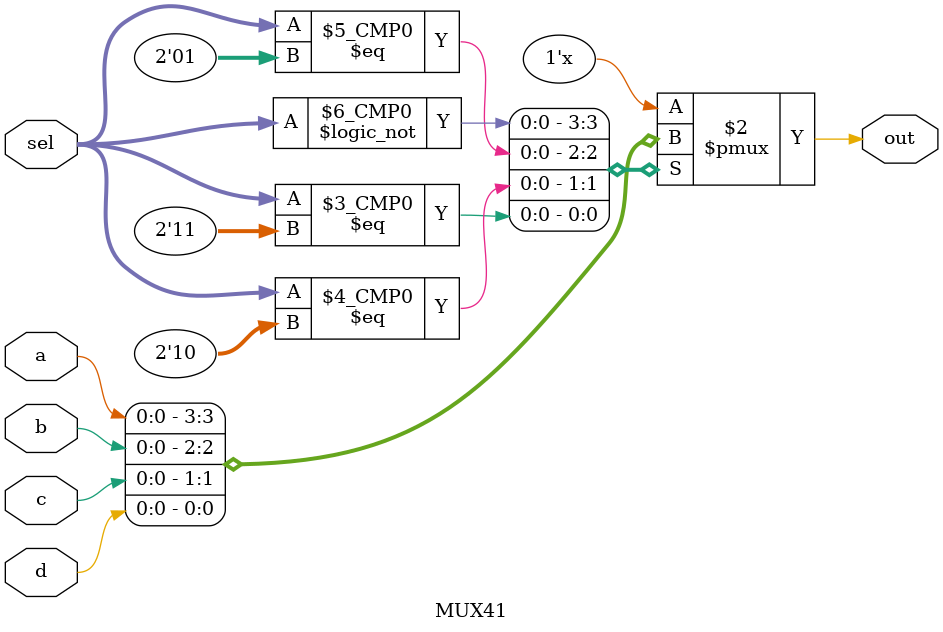
<source format=v>
module MUX41
  (
      input		a,b,c,d,
      input [1:0]	sel,
      output reg	out
  );
  always@(*)begin
      case (sel)
          2'b00: out = a;
          2'b01: out = b;
          2'b10: out = c;
          2'b11: out = d;
      default: out = a;
      endcase
  end
  endmodule

</source>
